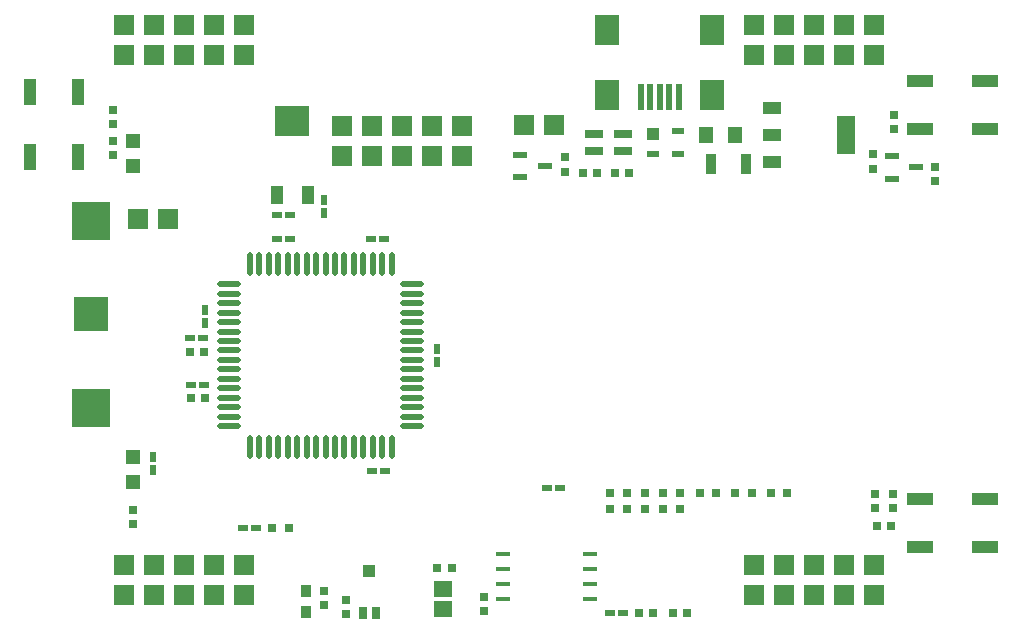
<source format=gtp>
%FSLAX43Y43*%
%MOMM*%
G71*
G01*
G75*
G04 Layer_Color=8421504*
%ADD10R,0.762X0.762*%
%ADD11R,0.762X0.762*%
%ADD12R,1.200X1.200*%
%ADD13O,0.550X2.000*%
%ADD14O,2.000X0.550*%
%ADD15R,0.950X1.000*%
%ADD16R,3.200X3.200*%
%ADD17R,4.000X4.000*%
%ADD18R,1.500X0.800*%
%ADD19R,0.650X0.800*%
%ADD20R,0.600X0.900*%
%ADD21R,1.000X1.000*%
%ADD22R,0.800X1.000*%
%ADD23R,0.900X0.600*%
%ADD24R,0.700X0.700*%
%ADD25R,0.800X0.650*%
%ADD26R,1.300X0.600*%
%ADD27R,1.500X0.990*%
%ADD28R,1.500X3.280*%
%ADD29R,0.500X2.300*%
%ADD30R,2.000X2.500*%
%ADD31R,1.100X0.600*%
%ADD32R,1.100X1.000*%
%ADD33R,0.950X1.750*%
%ADD34R,1.000X1.600*%
%ADD35R,3.000X2.500*%
%ADD36R,1.950X0.600*%
%ADD37R,1.500X1.350*%
%ADD38R,1.150X1.350*%
%ADD39R,1.000X2.250*%
%ADD40R,1.300X0.450*%
%ADD41R,2.250X1.000*%
%ADD42C,0.175*%
%ADD43C,0.350*%
%ADD44C,0.400*%
%ADD45C,0.300*%
%ADD46C,0.229*%
%ADD47C,0.200*%
%ADD48R,0.300X0.900*%
%ADD49C,1.700*%
%ADD50R,1.700X1.700*%
%ADD51C,0.500*%
%ADD52C,3.600*%
%ADD53C,2.000*%
%ADD54O,1.200X2.000*%
G04:AMPARAMS|DCode=55|XSize=2.5mm|YSize=2mm|CornerRadius=0.7mm|HoleSize=0mm|Usage=FLASHONLY|Rotation=0.000|XOffset=0mm|YOffset=0mm|HoleType=Round|Shape=RoundedRectangle|*
%AMROUNDEDRECTD55*
21,1,2.500,0.600,0,0,0.0*
21,1,1.100,2.000,0,0,0.0*
1,1,1.400,0.550,-0.300*
1,1,1.400,-0.550,-0.300*
1,1,1.400,-0.550,0.300*
1,1,1.400,0.550,0.300*
%
%ADD55ROUNDEDRECTD55*%
%ADD56C,0.550*%
%ADD57C,0.500*%
%ADD58C,0.100*%
G04:AMPARAMS|DCode=59|XSize=2.524mm|YSize=2.524mm|CornerRadius=0mm|HoleSize=0mm|Usage=FLASHONLY|Rotation=0.000|XOffset=0mm|YOffset=0mm|HoleType=Round|Shape=Relief|Width=0.254mm|Gap=0.254mm|Entries=4|*
%AMTHD59*
7,0,0,2.524,2.016,0.254,45*
%
%ADD59THD59*%
%ADD60C,1.600*%
%ADD61C,1.500*%
G04:AMPARAMS|DCode=62|XSize=4.624mm|YSize=4.624mm|CornerRadius=0mm|HoleSize=0mm|Usage=FLASHONLY|Rotation=0.000|XOffset=0mm|YOffset=0mm|HoleType=Round|Shape=Relief|Width=0.254mm|Gap=0.254mm|Entries=4|*
%AMTHD62*
7,0,0,4.624,4.116,0.254,45*
%
%ADD62THD62*%
%ADD63C,2.600*%
%ADD64C,1.400*%
G04:AMPARAMS|DCode=65|XSize=2.424mm|YSize=2.424mm|CornerRadius=0mm|HoleSize=0mm|Usage=FLASHONLY|Rotation=0.000|XOffset=0mm|YOffset=0mm|HoleType=Round|Shape=Relief|Width=0.254mm|Gap=0.254mm|Entries=4|*
%AMTHD65*
7,0,0,2.424,1.916,0.254,45*
%
%ADD65THD65*%
%ADD66O,2.600X1.600*%
%ADD67C,0.850*%
%ADD68C,3.700*%
%AMTHOVALD69*
21,1,1.000,2.524,0,0,0.0*
1,1,2.524,-0.500,0.000*
1,1,2.524,0.500,0.000*
21,0,1.000,2.016,0,0,0.0*
1,0,2.016,-0.500,0.000*
1,0,2.016,0.500,0.000*
4,0,4,-0.410,-0.090,-1.303,-0.982,-1.482,-0.803,-0.590,0.090,-0.410,-0.090,0.0*
4,0,4,0.590,-0.090,1.482,0.803,1.303,0.982,0.410,0.090,0.590,-0.090,0.0*
4,0,4,-0.590,-0.090,-1.482,0.803,-1.303,0.982,-0.410,0.090,-0.590,-0.090,0.0*
4,0,4,0.410,-0.090,1.303,-0.982,1.482,-0.803,0.590,0.090,0.410,-0.090,0.0*
%
%ADD69THOVALD69*%

%ADD70R,1.000X0.950*%
%ADD71C,1.270*%
%ADD72R,0.900X0.300*%
%ADD73C,0.800*%
%ADD74C,0.254*%
%ADD75C,0.250*%
%ADD76C,0.150*%
%ADD77C,0.640*%
%ADD78C,0.125*%
%ADD79R,1.750X1.750*%
%ADD80R,1.700X1.700*%
%ADD81R,3.000X3.000*%
D10*
X64875Y11600D02*
D03*
X66272D02*
D03*
X60272D02*
D03*
X58875D02*
D03*
X61875D02*
D03*
X63272D02*
D03*
D11*
X57250Y10203D02*
D03*
Y11600D02*
D03*
X55750D02*
D03*
Y10203D02*
D03*
X54250D02*
D03*
Y11600D02*
D03*
X52750D02*
D03*
Y10203D02*
D03*
X51250Y10206D02*
D03*
Y11603D02*
D03*
D12*
X10930Y14600D02*
D03*
Y12500D02*
D03*
X10900Y41350D02*
D03*
Y39250D02*
D03*
D13*
X20800Y15500D02*
D03*
X21600D02*
D03*
X22400D02*
D03*
X23200D02*
D03*
X24000D02*
D03*
X24800D02*
D03*
X25600D02*
D03*
X26400D02*
D03*
X27200D02*
D03*
X28000D02*
D03*
X28800D02*
D03*
X29600D02*
D03*
X30400D02*
D03*
X31200D02*
D03*
X32000D02*
D03*
X32800D02*
D03*
X32800Y31000D02*
D03*
X32000D02*
D03*
X31200D02*
D03*
X30400D02*
D03*
X29600D02*
D03*
X28800D02*
D03*
X28000D02*
D03*
X27200D02*
D03*
X26400D02*
D03*
X25600D02*
D03*
X24800D02*
D03*
X24000D02*
D03*
X23200D02*
D03*
X22400D02*
D03*
X21600D02*
D03*
X20800D02*
D03*
D14*
X34550Y17250D02*
D03*
Y18050D02*
D03*
Y18850D02*
D03*
Y19650D02*
D03*
Y20450D02*
D03*
Y21250D02*
D03*
Y22050D02*
D03*
Y22850D02*
D03*
Y23650D02*
D03*
Y24450D02*
D03*
Y25250D02*
D03*
Y26050D02*
D03*
Y26850D02*
D03*
Y27650D02*
D03*
Y28450D02*
D03*
Y29250D02*
D03*
X19050Y29250D02*
D03*
Y28450D02*
D03*
Y27650D02*
D03*
Y26850D02*
D03*
Y26050D02*
D03*
Y25250D02*
D03*
Y24450D02*
D03*
Y23650D02*
D03*
Y22850D02*
D03*
Y22050D02*
D03*
Y21250D02*
D03*
Y20450D02*
D03*
Y19650D02*
D03*
Y18850D02*
D03*
Y18050D02*
D03*
Y17250D02*
D03*
D15*
X25525Y1550D02*
D03*
Y3250D02*
D03*
D16*
X7300Y18800D02*
D03*
Y34600D02*
D03*
D18*
X52400Y40500D02*
D03*
X49900D02*
D03*
Y42000D02*
D03*
X52400D02*
D03*
D19*
X9200Y44000D02*
D03*
Y42800D02*
D03*
X27037Y2107D02*
D03*
Y3307D02*
D03*
X28925Y1350D02*
D03*
Y2550D02*
D03*
X40617Y1583D02*
D03*
Y2783D02*
D03*
X78800Y38025D02*
D03*
Y39225D02*
D03*
X75225Y10275D02*
D03*
Y11475D02*
D03*
X73725Y10275D02*
D03*
Y11475D02*
D03*
X47500Y38800D02*
D03*
Y40000D02*
D03*
X10930Y8950D02*
D03*
Y10150D02*
D03*
X73535Y39050D02*
D03*
Y40250D02*
D03*
X9200Y40200D02*
D03*
Y41400D02*
D03*
X75300Y42425D02*
D03*
Y43625D02*
D03*
D20*
X27100Y35250D02*
D03*
Y36350D02*
D03*
X36600Y23800D02*
D03*
Y22700D02*
D03*
X17000Y26000D02*
D03*
Y27100D02*
D03*
X12600Y14650D02*
D03*
Y13550D02*
D03*
D21*
X30900Y4975D02*
D03*
D22*
X31450Y1425D02*
D03*
X30350D02*
D03*
D23*
X20250Y8600D02*
D03*
X21350D02*
D03*
X52367Y1433D02*
D03*
X51267D02*
D03*
X23050Y33050D02*
D03*
X24150D02*
D03*
X31050D02*
D03*
X32150D02*
D03*
X32250Y13450D02*
D03*
X31150D02*
D03*
X16950Y20750D02*
D03*
X15850D02*
D03*
X15750Y24700D02*
D03*
X16850D02*
D03*
X23050Y35100D02*
D03*
X24150D02*
D03*
X45925Y12025D02*
D03*
X47025D02*
D03*
D24*
X24100Y8600D02*
D03*
X22700D02*
D03*
D25*
X54917Y1383D02*
D03*
X53717D02*
D03*
X56617D02*
D03*
X57817D02*
D03*
X49000Y38700D02*
D03*
X50200D02*
D03*
X52900D02*
D03*
X51700D02*
D03*
X15800Y19650D02*
D03*
X17000D02*
D03*
X37875Y5225D02*
D03*
X36675D02*
D03*
X16900Y23500D02*
D03*
X15700D02*
D03*
X75100Y8800D02*
D03*
X73900D02*
D03*
D26*
X77225Y39150D02*
D03*
X75125Y38200D02*
D03*
Y40100D02*
D03*
X43700Y40200D02*
D03*
Y38300D02*
D03*
X45800Y39250D02*
D03*
D27*
X65000Y44180D02*
D03*
Y41890D02*
D03*
Y39600D02*
D03*
D28*
X71300Y41890D02*
D03*
D29*
X53900Y45150D02*
D03*
X54700D02*
D03*
X55500D02*
D03*
X56300D02*
D03*
X57100D02*
D03*
D30*
X51050Y45250D02*
D03*
X59950D02*
D03*
X51050Y50750D02*
D03*
X59950D02*
D03*
D31*
X57000Y42200D02*
D03*
Y40300D02*
D03*
X54900D02*
D03*
D32*
Y42000D02*
D03*
D33*
X59850Y39425D02*
D03*
X62800D02*
D03*
D34*
X23100Y36800D02*
D03*
X25700D02*
D03*
D35*
X24400Y43050D02*
D03*
D37*
X37175Y1800D02*
D03*
Y3450D02*
D03*
D38*
X61875Y41925D02*
D03*
X59375D02*
D03*
D39*
X6200Y40000D02*
D03*
Y45500D02*
D03*
X2200D02*
D03*
Y40000D02*
D03*
D40*
X49617Y6388D02*
D03*
Y5118D02*
D03*
Y3848D02*
D03*
Y2578D02*
D03*
X42217D02*
D03*
Y3848D02*
D03*
Y5118D02*
D03*
Y6388D02*
D03*
D41*
X77550Y7050D02*
D03*
X83050D02*
D03*
Y11050D02*
D03*
X77550D02*
D03*
Y42425D02*
D03*
X83050D02*
D03*
Y46425D02*
D03*
X77550D02*
D03*
D79*
X28620Y40155D02*
D03*
Y42695D02*
D03*
X31160Y40155D02*
D03*
Y42695D02*
D03*
X33700Y40155D02*
D03*
Y42695D02*
D03*
X36240Y40155D02*
D03*
Y42695D02*
D03*
X38780Y40155D02*
D03*
Y42695D02*
D03*
X20320Y51200D02*
D03*
Y48660D02*
D03*
X17780Y51200D02*
D03*
Y48660D02*
D03*
X15240Y51200D02*
D03*
Y48660D02*
D03*
X12700Y51200D02*
D03*
Y48660D02*
D03*
X10160Y51200D02*
D03*
Y48660D02*
D03*
X63500D02*
D03*
Y51200D02*
D03*
X66040Y48660D02*
D03*
Y51200D02*
D03*
X68580Y48660D02*
D03*
Y51200D02*
D03*
X71120Y48660D02*
D03*
Y51200D02*
D03*
X73660Y48660D02*
D03*
Y51200D02*
D03*
X10160Y2940D02*
D03*
Y5480D02*
D03*
X12700Y2940D02*
D03*
Y5480D02*
D03*
X15240Y2940D02*
D03*
Y5480D02*
D03*
X17780Y2940D02*
D03*
Y5480D02*
D03*
X20320Y2940D02*
D03*
Y5480D02*
D03*
X63500Y2940D02*
D03*
Y5480D02*
D03*
X66040Y2940D02*
D03*
Y5480D02*
D03*
X68580Y2940D02*
D03*
Y5480D02*
D03*
X71120Y2940D02*
D03*
Y5480D02*
D03*
X73660Y2940D02*
D03*
Y5480D02*
D03*
D80*
X46570Y42700D02*
D03*
X44030D02*
D03*
X11361Y34800D02*
D03*
X13901D02*
D03*
D81*
X7300Y26700D02*
D03*
M02*

</source>
